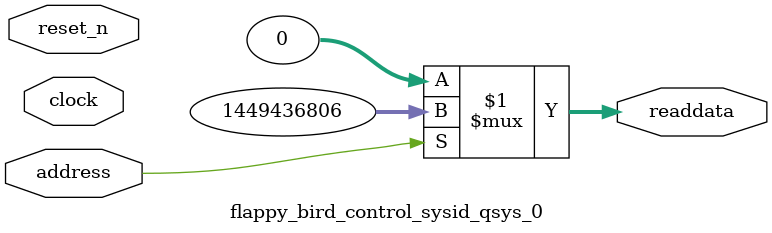
<source format=v>

`timescale 1ns / 1ps
// synthesis translate_on

// turn off superfluous verilog processor warnings 
// altera message_level Level1 
// altera message_off 10034 10035 10036 10037 10230 10240 10030 

module flappy_bird_control_sysid_qsys_0 (
               // inputs:
                address,
                clock,
                reset_n,

               // outputs:
                readdata
             )
;

  output  [ 31: 0] readdata;
  input            address;
  input            clock;
  input            reset_n;

  wire    [ 31: 0] readdata;
  //control_slave, which is an e_avalon_slave
  assign readdata = address ? 1449436806 : 0;

endmodule




</source>
